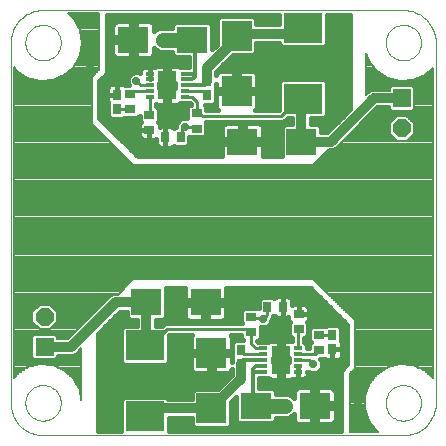
<source format=gtl>
G75*
%MOIN*%
%OFA0B0*%
%FSLAX24Y24*%
%IPPOS*%
%LPD*%
%AMOC8*
5,1,8,0,0,1.08239X$1,22.5*
%
%ADD10C,0.0000*%
%ADD11R,0.0310X0.0120*%
%ADD12R,0.0610X0.0940*%
%ADD13R,0.0276X0.0354*%
%ADD14R,0.0354X0.0276*%
%ADD15R,0.1280X0.0984*%
%ADD16R,0.1000X0.1000*%
%ADD17R,0.0291X0.0364*%
%ADD18R,0.1024X0.0866*%
%ADD19R,0.0600X0.0600*%
%ADD20OC8,0.0600*%
%ADD21C,0.0160*%
%ADD22C,0.0278*%
%ADD23C,0.0100*%
%ADD24C,0.0120*%
%ADD25C,0.0320*%
%ADD26C,0.0070*%
%ADD27C,0.0500*%
%ADD28C,0.0357*%
D10*
X005626Y001648D02*
X005626Y013656D01*
X006118Y013656D02*
X006120Y013704D01*
X006126Y013752D01*
X006136Y013799D01*
X006149Y013845D01*
X006167Y013890D01*
X006187Y013934D01*
X006212Y013976D01*
X006240Y014015D01*
X006270Y014052D01*
X006304Y014086D01*
X006341Y014118D01*
X006379Y014147D01*
X006420Y014172D01*
X006463Y014194D01*
X006508Y014212D01*
X006554Y014226D01*
X006601Y014237D01*
X006649Y014244D01*
X006697Y014247D01*
X006745Y014246D01*
X006793Y014241D01*
X006841Y014232D01*
X006887Y014220D01*
X006932Y014203D01*
X006976Y014183D01*
X007018Y014160D01*
X007058Y014133D01*
X007096Y014103D01*
X007131Y014070D01*
X007163Y014034D01*
X007193Y013996D01*
X007219Y013955D01*
X007241Y013912D01*
X007261Y013868D01*
X007276Y013823D01*
X007288Y013776D01*
X007296Y013728D01*
X007300Y013680D01*
X007300Y013632D01*
X007296Y013584D01*
X007288Y013536D01*
X007276Y013489D01*
X007261Y013444D01*
X007241Y013400D01*
X007219Y013357D01*
X007193Y013316D01*
X007163Y013278D01*
X007131Y013242D01*
X007096Y013209D01*
X007058Y013179D01*
X007018Y013152D01*
X006976Y013129D01*
X006932Y013109D01*
X006887Y013092D01*
X006841Y013080D01*
X006793Y013071D01*
X006745Y013066D01*
X006697Y013065D01*
X006649Y013068D01*
X006601Y013075D01*
X006554Y013086D01*
X006508Y013100D01*
X006463Y013118D01*
X006420Y013140D01*
X006379Y013165D01*
X006341Y013194D01*
X006304Y013226D01*
X006270Y013260D01*
X006240Y013297D01*
X006212Y013336D01*
X006187Y013378D01*
X006167Y013422D01*
X006149Y013467D01*
X006136Y013513D01*
X006126Y013560D01*
X006120Y013608D01*
X006118Y013656D01*
X005626Y013656D02*
X005628Y013719D01*
X005633Y013782D01*
X005642Y013844D01*
X005655Y013906D01*
X005671Y013967D01*
X005691Y014026D01*
X005715Y014085D01*
X005741Y014142D01*
X005771Y014198D01*
X005804Y014251D01*
X005840Y014303D01*
X005879Y014352D01*
X005921Y014399D01*
X005966Y014444D01*
X006013Y014486D01*
X006062Y014525D01*
X006114Y014561D01*
X006168Y014594D01*
X006223Y014624D01*
X006280Y014650D01*
X006339Y014674D01*
X006398Y014694D01*
X006459Y014710D01*
X006521Y014723D01*
X006583Y014732D01*
X006646Y014737D01*
X006709Y014739D01*
X018716Y014739D01*
X018125Y013656D02*
X018127Y013704D01*
X018133Y013752D01*
X018143Y013799D01*
X018156Y013845D01*
X018174Y013890D01*
X018194Y013934D01*
X018219Y013976D01*
X018247Y014015D01*
X018277Y014052D01*
X018311Y014086D01*
X018348Y014118D01*
X018386Y014147D01*
X018427Y014172D01*
X018470Y014194D01*
X018515Y014212D01*
X018561Y014226D01*
X018608Y014237D01*
X018656Y014244D01*
X018704Y014247D01*
X018752Y014246D01*
X018800Y014241D01*
X018848Y014232D01*
X018894Y014220D01*
X018939Y014203D01*
X018983Y014183D01*
X019025Y014160D01*
X019065Y014133D01*
X019103Y014103D01*
X019138Y014070D01*
X019170Y014034D01*
X019200Y013996D01*
X019226Y013955D01*
X019248Y013912D01*
X019268Y013868D01*
X019283Y013823D01*
X019295Y013776D01*
X019303Y013728D01*
X019307Y013680D01*
X019307Y013632D01*
X019303Y013584D01*
X019295Y013536D01*
X019283Y013489D01*
X019268Y013444D01*
X019248Y013400D01*
X019226Y013357D01*
X019200Y013316D01*
X019170Y013278D01*
X019138Y013242D01*
X019103Y013209D01*
X019065Y013179D01*
X019025Y013152D01*
X018983Y013129D01*
X018939Y013109D01*
X018894Y013092D01*
X018848Y013080D01*
X018800Y013071D01*
X018752Y013066D01*
X018704Y013065D01*
X018656Y013068D01*
X018608Y013075D01*
X018561Y013086D01*
X018515Y013100D01*
X018470Y013118D01*
X018427Y013140D01*
X018386Y013165D01*
X018348Y013194D01*
X018311Y013226D01*
X018277Y013260D01*
X018247Y013297D01*
X018219Y013336D01*
X018194Y013378D01*
X018174Y013422D01*
X018156Y013467D01*
X018143Y013513D01*
X018133Y013560D01*
X018127Y013608D01*
X018125Y013656D01*
X018716Y014739D02*
X018779Y014737D01*
X018842Y014732D01*
X018904Y014723D01*
X018966Y014710D01*
X019027Y014694D01*
X019086Y014674D01*
X019145Y014650D01*
X019202Y014624D01*
X019258Y014594D01*
X019311Y014561D01*
X019363Y014525D01*
X019412Y014486D01*
X019459Y014444D01*
X019504Y014399D01*
X019546Y014352D01*
X019585Y014303D01*
X019621Y014251D01*
X019654Y014198D01*
X019684Y014142D01*
X019710Y014085D01*
X019734Y014026D01*
X019754Y013967D01*
X019770Y013906D01*
X019783Y013844D01*
X019792Y013782D01*
X019797Y013719D01*
X019799Y013656D01*
X019799Y001648D01*
X018125Y001648D02*
X018127Y001696D01*
X018133Y001744D01*
X018143Y001791D01*
X018156Y001837D01*
X018174Y001882D01*
X018194Y001926D01*
X018219Y001968D01*
X018247Y002007D01*
X018277Y002044D01*
X018311Y002078D01*
X018348Y002110D01*
X018386Y002139D01*
X018427Y002164D01*
X018470Y002186D01*
X018515Y002204D01*
X018561Y002218D01*
X018608Y002229D01*
X018656Y002236D01*
X018704Y002239D01*
X018752Y002238D01*
X018800Y002233D01*
X018848Y002224D01*
X018894Y002212D01*
X018939Y002195D01*
X018983Y002175D01*
X019025Y002152D01*
X019065Y002125D01*
X019103Y002095D01*
X019138Y002062D01*
X019170Y002026D01*
X019200Y001988D01*
X019226Y001947D01*
X019248Y001904D01*
X019268Y001860D01*
X019283Y001815D01*
X019295Y001768D01*
X019303Y001720D01*
X019307Y001672D01*
X019307Y001624D01*
X019303Y001576D01*
X019295Y001528D01*
X019283Y001481D01*
X019268Y001436D01*
X019248Y001392D01*
X019226Y001349D01*
X019200Y001308D01*
X019170Y001270D01*
X019138Y001234D01*
X019103Y001201D01*
X019065Y001171D01*
X019025Y001144D01*
X018983Y001121D01*
X018939Y001101D01*
X018894Y001084D01*
X018848Y001072D01*
X018800Y001063D01*
X018752Y001058D01*
X018704Y001057D01*
X018656Y001060D01*
X018608Y001067D01*
X018561Y001078D01*
X018515Y001092D01*
X018470Y001110D01*
X018427Y001132D01*
X018386Y001157D01*
X018348Y001186D01*
X018311Y001218D01*
X018277Y001252D01*
X018247Y001289D01*
X018219Y001328D01*
X018194Y001370D01*
X018174Y001414D01*
X018156Y001459D01*
X018143Y001505D01*
X018133Y001552D01*
X018127Y001600D01*
X018125Y001648D01*
X018716Y000565D02*
X018779Y000567D01*
X018842Y000572D01*
X018904Y000581D01*
X018966Y000594D01*
X019027Y000610D01*
X019086Y000630D01*
X019145Y000654D01*
X019202Y000680D01*
X019258Y000710D01*
X019311Y000743D01*
X019363Y000779D01*
X019412Y000818D01*
X019459Y000860D01*
X019504Y000905D01*
X019546Y000952D01*
X019585Y001001D01*
X019621Y001053D01*
X019654Y001107D01*
X019684Y001162D01*
X019710Y001219D01*
X019734Y001278D01*
X019754Y001337D01*
X019770Y001398D01*
X019783Y001460D01*
X019792Y001522D01*
X019797Y001585D01*
X019799Y001648D01*
X018716Y000566D02*
X006709Y000566D01*
X006118Y001648D02*
X006120Y001696D01*
X006126Y001744D01*
X006136Y001791D01*
X006149Y001837D01*
X006167Y001882D01*
X006187Y001926D01*
X006212Y001968D01*
X006240Y002007D01*
X006270Y002044D01*
X006304Y002078D01*
X006341Y002110D01*
X006379Y002139D01*
X006420Y002164D01*
X006463Y002186D01*
X006508Y002204D01*
X006554Y002218D01*
X006601Y002229D01*
X006649Y002236D01*
X006697Y002239D01*
X006745Y002238D01*
X006793Y002233D01*
X006841Y002224D01*
X006887Y002212D01*
X006932Y002195D01*
X006976Y002175D01*
X007018Y002152D01*
X007058Y002125D01*
X007096Y002095D01*
X007131Y002062D01*
X007163Y002026D01*
X007193Y001988D01*
X007219Y001947D01*
X007241Y001904D01*
X007261Y001860D01*
X007276Y001815D01*
X007288Y001768D01*
X007296Y001720D01*
X007300Y001672D01*
X007300Y001624D01*
X007296Y001576D01*
X007288Y001528D01*
X007276Y001481D01*
X007261Y001436D01*
X007241Y001392D01*
X007219Y001349D01*
X007193Y001308D01*
X007163Y001270D01*
X007131Y001234D01*
X007096Y001201D01*
X007058Y001171D01*
X007018Y001144D01*
X006976Y001121D01*
X006932Y001101D01*
X006887Y001084D01*
X006841Y001072D01*
X006793Y001063D01*
X006745Y001058D01*
X006697Y001057D01*
X006649Y001060D01*
X006601Y001067D01*
X006554Y001078D01*
X006508Y001092D01*
X006463Y001110D01*
X006420Y001132D01*
X006379Y001157D01*
X006341Y001186D01*
X006304Y001218D01*
X006270Y001252D01*
X006240Y001289D01*
X006212Y001328D01*
X006187Y001370D01*
X006167Y001414D01*
X006149Y001459D01*
X006136Y001505D01*
X006126Y001552D01*
X006120Y001600D01*
X006118Y001648D01*
X005626Y001648D02*
X005628Y001585D01*
X005633Y001522D01*
X005642Y001460D01*
X005655Y001398D01*
X005671Y001337D01*
X005691Y001278D01*
X005715Y001219D01*
X005741Y001162D01*
X005771Y001107D01*
X005804Y001053D01*
X005840Y001001D01*
X005879Y000952D01*
X005921Y000905D01*
X005966Y000860D01*
X006013Y000818D01*
X006062Y000779D01*
X006114Y000743D01*
X006167Y000710D01*
X006223Y000680D01*
X006280Y000654D01*
X006339Y000630D01*
X006398Y000610D01*
X006459Y000594D01*
X006521Y000581D01*
X006583Y000572D01*
X006646Y000567D01*
X006709Y000565D01*
D11*
X014052Y002686D03*
X014052Y002876D03*
X014052Y003076D03*
X014052Y003276D03*
X014052Y003466D03*
X015212Y003466D03*
X015212Y003276D03*
X015212Y003076D03*
X015212Y002876D03*
X015212Y002686D03*
X011422Y011839D03*
X011422Y012029D03*
X011422Y012229D03*
X011422Y012429D03*
X011422Y012619D03*
X010262Y012619D03*
X010262Y012429D03*
X010262Y012229D03*
X010262Y012029D03*
X010262Y011839D03*
D12*
X010842Y012229D03*
X014632Y003076D03*
D13*
X014691Y004847D03*
X014179Y004847D03*
X011295Y010507D03*
X010783Y010507D03*
D14*
X010252Y010743D03*
X010252Y011255D03*
X009612Y011432D03*
X009612Y011944D03*
X011827Y011304D03*
X011827Y010792D03*
X015222Y004611D03*
X015222Y004099D03*
X015911Y003922D03*
X015911Y003410D03*
X013647Y004001D03*
X013647Y004513D03*
D15*
X010104Y003568D03*
X010104Y001206D03*
X015370Y011786D03*
X015370Y014148D03*
D16*
X013155Y013892D03*
X013155Y012042D03*
X012319Y003312D03*
X012319Y001462D03*
D17*
X013303Y002938D03*
X013303Y003410D03*
X016354Y003430D03*
X016354Y003902D03*
X009169Y011452D03*
X009169Y011924D03*
X012171Y011894D03*
X012171Y012367D03*
D18*
X011679Y013755D03*
X009710Y013755D03*
X013352Y010359D03*
X015321Y010359D03*
X012122Y004995D03*
X010153Y004995D03*
X013795Y001550D03*
X015764Y001550D03*
D19*
X006758Y003511D03*
X018667Y011794D03*
D20*
X018667Y010794D03*
X006758Y004511D03*
D21*
X008529Y003958D02*
X009256Y004685D01*
X009492Y004685D01*
X009492Y004500D01*
X009579Y004412D01*
X009843Y004412D01*
X009843Y004210D01*
X009402Y004210D01*
X009314Y004122D01*
X009314Y003013D01*
X009402Y002926D01*
X010806Y002926D01*
X010894Y003013D01*
X010894Y003878D01*
X010925Y003909D01*
X011667Y003909D01*
X011651Y003881D01*
X011639Y003835D01*
X011639Y003392D01*
X012239Y003392D01*
X012239Y003232D01*
X011639Y003232D01*
X011639Y002788D01*
X011651Y002742D01*
X011675Y002701D01*
X011708Y002668D01*
X011749Y002644D01*
X011795Y002632D01*
X012239Y002632D01*
X012239Y003232D01*
X012399Y003232D01*
X012399Y003392D01*
X012999Y003392D01*
X012999Y003835D01*
X012986Y003881D01*
X012970Y003909D01*
X013320Y003909D01*
X013320Y003801D01*
X013379Y003742D01*
X013095Y003742D01*
X013007Y003654D01*
X013007Y003034D01*
X012999Y003013D01*
X012999Y003232D01*
X012399Y003232D01*
X012399Y002632D01*
X012842Y002632D01*
X012888Y002644D01*
X012929Y002668D01*
X012963Y002701D01*
X012986Y002742D01*
X012993Y002766D01*
X012993Y002574D01*
X012530Y002112D01*
X011757Y002112D01*
X011669Y002024D01*
X011669Y001772D01*
X010882Y001772D01*
X010806Y001848D01*
X009402Y001848D01*
X009314Y001760D01*
X009314Y000716D01*
X008529Y000716D01*
X008529Y003958D01*
X008529Y003894D02*
X009314Y003894D01*
X009314Y003736D02*
X008529Y003736D01*
X008529Y003577D02*
X009314Y003577D01*
X009314Y003419D02*
X008529Y003419D01*
X008529Y003260D02*
X009314Y003260D01*
X009314Y003102D02*
X008529Y003102D01*
X008529Y002943D02*
X009385Y002943D01*
X008529Y002785D02*
X011640Y002785D01*
X011639Y002943D02*
X010824Y002943D01*
X010894Y003102D02*
X011639Y003102D01*
X011639Y003419D02*
X010894Y003419D01*
X010894Y003577D02*
X011639Y003577D01*
X011639Y003736D02*
X010894Y003736D01*
X010910Y003894D02*
X011659Y003894D01*
X011586Y004382D02*
X012042Y004382D01*
X012042Y004915D01*
X012202Y004915D01*
X012202Y005075D01*
X012814Y005075D01*
X012814Y005452D01*
X012804Y005487D01*
X015616Y005487D01*
X016846Y004257D01*
X016846Y002928D01*
X016649Y002731D01*
X016649Y000716D01*
X010894Y000716D01*
X010894Y001152D01*
X011669Y001152D01*
X011669Y000899D01*
X011757Y000812D01*
X012881Y000812D01*
X012969Y000899D01*
X012969Y001673D01*
X013133Y001838D01*
X013133Y001055D01*
X013221Y000967D01*
X014369Y000967D01*
X014457Y001055D01*
X014457Y001150D01*
X014859Y001150D01*
X015006Y001211D01*
X015072Y001277D01*
X015072Y001093D01*
X015084Y001047D01*
X015108Y001006D01*
X015141Y000973D01*
X015182Y000949D01*
X015228Y000937D01*
X015684Y000937D01*
X015684Y001470D01*
X015844Y001470D01*
X015844Y001630D01*
X016455Y001630D01*
X016455Y002007D01*
X016443Y002053D01*
X016419Y002094D01*
X016386Y002127D01*
X016345Y002151D01*
X016299Y002163D01*
X015844Y002163D01*
X015844Y001630D01*
X015684Y001630D01*
X015684Y002163D01*
X015228Y002163D01*
X015182Y002151D01*
X013907Y002151D01*
X013907Y002133D02*
X013907Y002476D01*
X014202Y002476D01*
X014216Y002462D01*
X014257Y002438D01*
X014303Y002426D01*
X014559Y002426D01*
X014559Y003003D01*
X014357Y003003D01*
X014357Y003148D01*
X014559Y003148D01*
X014559Y003003D01*
X014704Y003003D01*
X014704Y002426D01*
X014960Y002426D01*
X015006Y002438D01*
X015024Y002448D01*
X015033Y002446D01*
X015212Y002446D01*
X015390Y002446D01*
X015436Y002458D01*
X015477Y002482D01*
X015511Y002515D01*
X015534Y002556D01*
X015547Y002602D01*
X015547Y002686D01*
X015547Y002687D01*
X015551Y002683D01*
X015657Y002639D01*
X015772Y002639D01*
X015878Y002683D01*
X015959Y002764D01*
X016003Y002870D01*
X016003Y002985D01*
X015959Y003092D01*
X015929Y003122D01*
X016079Y003122D01*
X016098Y003104D01*
X016139Y003080D01*
X016185Y003068D01*
X016354Y003068D01*
X016354Y003430D01*
X016354Y003430D01*
X016680Y003430D01*
X016680Y003636D01*
X016668Y003681D01*
X016650Y003712D01*
X016650Y004147D01*
X016562Y004234D01*
X016146Y004234D01*
X016122Y004210D01*
X015672Y004210D01*
X015584Y004122D01*
X015584Y003722D01*
X015640Y003666D01*
X015584Y003610D01*
X015584Y003476D01*
X015517Y003476D01*
X015517Y003588D01*
X015429Y003676D01*
X015412Y003676D01*
X015412Y003811D01*
X015462Y003811D01*
X015549Y003899D01*
X015549Y004299D01*
X015515Y004334D01*
X015543Y004363D01*
X015567Y004404D01*
X015579Y004450D01*
X015579Y004611D01*
X015579Y004773D01*
X015567Y004818D01*
X015543Y004859D01*
X015510Y004893D01*
X015469Y004917D01*
X015423Y004929D01*
X015222Y004929D01*
X015021Y004929D01*
X015009Y004925D01*
X015009Y005048D01*
X014996Y005094D01*
X014973Y005135D01*
X014939Y005168D01*
X014898Y005192D01*
X014852Y005204D01*
X014691Y005204D01*
X014691Y004847D01*
X014691Y004490D01*
X014852Y004490D01*
X014865Y004494D01*
X014865Y004450D01*
X014877Y004404D01*
X014901Y004363D01*
X014930Y004334D01*
X014895Y004299D01*
X014895Y003899D01*
X014983Y003811D01*
X015012Y003811D01*
X015012Y003710D01*
X015006Y003713D01*
X014960Y003726D01*
X014704Y003726D01*
X014704Y003148D01*
X014559Y003148D01*
X014559Y003726D01*
X014303Y003726D01*
X014257Y003713D01*
X014216Y003690D01*
X014202Y003676D01*
X013872Y003676D01*
X013847Y003700D01*
X013847Y003713D01*
X013887Y003713D01*
X013975Y003801D01*
X013975Y004168D01*
X013984Y004164D01*
X014099Y004164D01*
X014205Y004208D01*
X014286Y004290D01*
X014330Y004396D01*
X014330Y004460D01*
X014379Y004508D01*
X014379Y004520D01*
X014414Y004555D01*
X014442Y004526D01*
X014484Y004502D01*
X014529Y004490D01*
X014691Y004490D01*
X014691Y004847D01*
X014691Y004847D01*
X014691Y004847D01*
X014691Y005204D01*
X014529Y005204D01*
X014484Y005192D01*
X014442Y005168D01*
X014414Y005140D01*
X014379Y005174D01*
X013979Y005174D01*
X013891Y005087D01*
X013891Y004796D01*
X013887Y004800D01*
X013408Y004800D01*
X013320Y004713D01*
X013320Y004313D01*
X013324Y004309D01*
X010760Y004309D01*
X010660Y004210D01*
X010463Y004210D01*
X010463Y004412D01*
X010727Y004412D01*
X010815Y004500D01*
X010815Y005487D01*
X011440Y005487D01*
X011430Y005452D01*
X011430Y005075D01*
X012042Y005075D01*
X012042Y004915D01*
X011430Y004915D01*
X011430Y004538D01*
X011442Y004492D01*
X011466Y004451D01*
X011500Y004418D01*
X011541Y004394D01*
X011586Y004382D01*
X011433Y004528D02*
X010815Y004528D01*
X010815Y004687D02*
X011430Y004687D01*
X011430Y004845D02*
X010815Y004845D01*
X010815Y005004D02*
X012042Y005004D01*
X012042Y004845D02*
X012202Y004845D01*
X012202Y004915D02*
X012202Y004382D01*
X012657Y004382D01*
X012703Y004394D01*
X012744Y004418D01*
X012778Y004451D01*
X012801Y004492D01*
X012814Y004538D01*
X012814Y004915D01*
X012202Y004915D01*
X012202Y005004D02*
X013891Y005004D01*
X013891Y004845D02*
X012814Y004845D01*
X012814Y004687D02*
X013320Y004687D01*
X013320Y004528D02*
X012811Y004528D01*
X013320Y004370D02*
X010463Y004370D01*
X010463Y004211D02*
X010662Y004211D01*
X009843Y004211D02*
X008783Y004211D01*
X008941Y004370D02*
X009843Y004370D01*
X009492Y004528D02*
X009100Y004528D01*
X009314Y004053D02*
X008624Y004053D01*
X008529Y002626D02*
X012993Y002626D01*
X012886Y002468D02*
X008529Y002468D01*
X008529Y002309D02*
X012728Y002309D01*
X012569Y002151D02*
X008529Y002151D01*
X008529Y001992D02*
X011669Y001992D01*
X011669Y001834D02*
X010820Y001834D01*
X010894Y001041D02*
X011669Y001041D01*
X011685Y000883D02*
X010894Y000883D01*
X010894Y000724D02*
X016649Y000724D01*
X016649Y000883D02*
X012952Y000883D01*
X012969Y001041D02*
X013147Y001041D01*
X013133Y001200D02*
X012969Y001200D01*
X012969Y001358D02*
X013133Y001358D01*
X013133Y001517D02*
X012969Y001517D01*
X012971Y001675D02*
X013133Y001675D01*
X013129Y001834D02*
X013133Y001834D01*
X013907Y002133D02*
X014369Y002133D01*
X014457Y002045D01*
X014457Y001950D01*
X014859Y001950D01*
X015006Y001889D01*
X015072Y001823D01*
X015072Y002007D01*
X015084Y002053D01*
X015108Y002094D01*
X015141Y002127D01*
X015182Y002151D01*
X015072Y001992D02*
X014457Y001992D01*
X013907Y002309D02*
X016649Y002309D01*
X016649Y002151D02*
X016345Y002151D01*
X016455Y001992D02*
X016649Y001992D01*
X016649Y001834D02*
X016455Y001834D01*
X016455Y001675D02*
X016649Y001675D01*
X016649Y001517D02*
X015844Y001517D01*
X015844Y001470D02*
X016455Y001470D01*
X016455Y001093D01*
X016443Y001047D01*
X016419Y001006D01*
X016386Y000973D01*
X016345Y000949D01*
X016299Y000937D01*
X015844Y000937D01*
X015844Y001470D01*
X015844Y001358D02*
X015684Y001358D01*
X015684Y001200D02*
X015844Y001200D01*
X015844Y001041D02*
X015684Y001041D01*
X015088Y001041D02*
X014443Y001041D01*
X014979Y001200D02*
X015072Y001200D01*
X015684Y001675D02*
X015844Y001675D01*
X015844Y001834D02*
X015684Y001834D01*
X015684Y001992D02*
X015844Y001992D01*
X015844Y002151D02*
X015684Y002151D01*
X015453Y002468D02*
X016649Y002468D01*
X016649Y002626D02*
X015547Y002626D01*
X015547Y002686D02*
X015491Y002686D01*
X015547Y002686D01*
X015491Y002686D02*
X015491Y002686D01*
X015212Y002686D02*
X015212Y002866D01*
X015212Y002866D01*
X015212Y002686D01*
X015212Y002686D01*
X015212Y002446D01*
X015212Y002686D01*
X015212Y002686D01*
X015212Y002626D02*
X015212Y002626D01*
X015212Y002468D02*
X015212Y002468D01*
X015212Y002785D02*
X015212Y002785D01*
X014888Y003003D02*
X014704Y003003D01*
X014704Y003148D01*
X014907Y003148D01*
X014907Y003036D01*
X014889Y003005D01*
X014888Y003003D01*
X014907Y003102D02*
X014704Y003102D01*
X014559Y003102D02*
X014357Y003102D01*
X014559Y003260D02*
X014704Y003260D01*
X014704Y003419D02*
X014559Y003419D01*
X014559Y003577D02*
X014704Y003577D01*
X015012Y003736D02*
X013910Y003736D01*
X013975Y003894D02*
X014900Y003894D01*
X014895Y004053D02*
X013975Y004053D01*
X014208Y004211D02*
X014895Y004211D01*
X014897Y004370D02*
X014319Y004370D01*
X014387Y004528D02*
X014440Y004528D01*
X014691Y004528D02*
X014691Y004528D01*
X014691Y004687D02*
X014691Y004687D01*
X014691Y004845D02*
X014691Y004845D01*
X014691Y005004D02*
X014691Y005004D01*
X014691Y005162D02*
X014691Y005162D01*
X014945Y005162D02*
X015941Y005162D01*
X016099Y005004D02*
X015009Y005004D01*
X015222Y004929D02*
X015222Y004611D01*
X015222Y004611D01*
X015222Y004929D01*
X015222Y004845D02*
X015222Y004845D01*
X015222Y004687D02*
X015222Y004687D01*
X015222Y004611D02*
X015579Y004611D01*
X015222Y004611D01*
X015222Y004611D01*
X015579Y004687D02*
X016416Y004687D01*
X016258Y004845D02*
X015552Y004845D01*
X015579Y004528D02*
X016575Y004528D01*
X016733Y004370D02*
X015548Y004370D01*
X015549Y004211D02*
X016123Y004211D01*
X016585Y004211D02*
X016846Y004211D01*
X016846Y004053D02*
X016650Y004053D01*
X016650Y003894D02*
X016846Y003894D01*
X016846Y003736D02*
X016650Y003736D01*
X016680Y003577D02*
X016846Y003577D01*
X016846Y003419D02*
X016680Y003419D01*
X016680Y003430D02*
X016354Y003430D01*
X016354Y003430D01*
X016354Y003068D01*
X016524Y003068D01*
X016569Y003080D01*
X016610Y003104D01*
X016644Y003137D01*
X016668Y003178D01*
X016680Y003224D01*
X016680Y003430D01*
X016680Y003260D02*
X016846Y003260D01*
X016846Y003102D02*
X016607Y003102D01*
X016354Y003102D02*
X016354Y003102D01*
X016354Y003260D02*
X016354Y003260D01*
X016354Y003419D02*
X016354Y003419D01*
X016102Y003102D02*
X015949Y003102D01*
X016003Y002943D02*
X016846Y002943D01*
X016703Y002785D02*
X015968Y002785D01*
X015584Y003577D02*
X015517Y003577D01*
X015584Y003736D02*
X015412Y003736D01*
X015544Y003894D02*
X015584Y003894D01*
X015584Y004053D02*
X015549Y004053D01*
X014704Y002943D02*
X014559Y002943D01*
X014559Y002785D02*
X014704Y002785D01*
X014704Y002626D02*
X014559Y002626D01*
X014559Y002468D02*
X014704Y002468D01*
X014210Y002468D02*
X013907Y002468D01*
X013007Y003102D02*
X012999Y003102D01*
X013007Y003260D02*
X012399Y003260D01*
X012399Y003102D02*
X012239Y003102D01*
X012239Y003260D02*
X010894Y003260D01*
X012239Y002943D02*
X012399Y002943D01*
X012399Y002785D02*
X012239Y002785D01*
X012999Y003419D02*
X013007Y003419D01*
X012999Y003577D02*
X013007Y003577D01*
X012999Y003736D02*
X013089Y003736D01*
X012979Y003894D02*
X013320Y003894D01*
X012202Y004528D02*
X012042Y004528D01*
X012042Y004687D02*
X012202Y004687D01*
X012814Y005162D02*
X013967Y005162D01*
X014391Y005162D02*
X014436Y005162D01*
X015624Y005479D02*
X012806Y005479D01*
X012814Y005321D02*
X015782Y005321D01*
X011437Y005479D02*
X010815Y005479D01*
X010815Y005321D02*
X011430Y005321D01*
X011430Y005162D02*
X010815Y005162D01*
X009388Y001834D02*
X008529Y001834D01*
X008529Y001675D02*
X009314Y001675D01*
X009314Y001517D02*
X008529Y001517D01*
X008529Y001358D02*
X009314Y001358D01*
X009314Y001200D02*
X008529Y001200D01*
X008529Y001041D02*
X009314Y001041D01*
X009314Y000883D02*
X008529Y000883D01*
X008529Y000724D02*
X009314Y000724D01*
X015061Y001834D02*
X015072Y001834D01*
X016455Y001358D02*
X016649Y001358D01*
X016649Y001200D02*
X016455Y001200D01*
X016440Y001041D02*
X016649Y001041D01*
X014659Y009867D02*
X014035Y009867D01*
X014044Y009902D01*
X014044Y010279D01*
X013432Y010279D01*
X013432Y010439D01*
X013272Y010439D01*
X013272Y010279D01*
X012660Y010279D01*
X012660Y009902D01*
X012670Y009867D01*
X009858Y009867D01*
X008579Y011146D01*
X008579Y012377D01*
X008825Y012623D01*
X008825Y014589D01*
X014580Y014589D01*
X014580Y014262D01*
X013805Y014262D01*
X013805Y014454D01*
X013718Y014542D01*
X012593Y014542D01*
X012505Y014454D01*
X012505Y013592D01*
X012341Y013428D01*
X012341Y014250D01*
X012253Y014338D01*
X011105Y014338D01*
X011017Y014250D01*
X011017Y014155D01*
X010615Y014155D01*
X010468Y014094D01*
X010402Y014028D01*
X010402Y014211D01*
X010390Y014257D01*
X010366Y014298D01*
X010333Y014332D01*
X010292Y014356D01*
X010246Y014368D01*
X009790Y014368D01*
X009790Y013835D01*
X009630Y013835D01*
X009630Y013675D01*
X009019Y013675D01*
X009019Y013298D01*
X009031Y013252D01*
X009055Y013211D01*
X009088Y013178D01*
X009129Y013154D01*
X009175Y013142D01*
X009630Y013142D01*
X009630Y013675D01*
X009790Y013675D01*
X009790Y013142D01*
X010246Y013142D01*
X010292Y013154D01*
X010333Y013178D01*
X010366Y013211D01*
X010390Y013252D01*
X010402Y013298D01*
X010402Y013481D01*
X010468Y013416D01*
X010615Y013355D01*
X011017Y013355D01*
X011017Y013260D01*
X011105Y013172D01*
X011567Y013172D01*
X011567Y012829D01*
X011272Y012829D01*
X011258Y012843D01*
X011217Y012867D01*
X011171Y012879D01*
X010915Y012879D01*
X010915Y012302D01*
X010770Y012302D01*
X010770Y012879D01*
X010514Y012879D01*
X010468Y012867D01*
X010450Y012857D01*
X010441Y012859D01*
X010262Y012859D01*
X010084Y012859D01*
X010038Y012847D01*
X009997Y012823D01*
X009963Y012790D01*
X009940Y012749D01*
X009927Y012703D01*
X009927Y012648D01*
X009871Y012671D01*
X009756Y012671D01*
X009650Y012627D01*
X009569Y012545D01*
X009525Y012439D01*
X009525Y012324D01*
X009563Y012231D01*
X009444Y012231D01*
X009425Y012250D01*
X009384Y012274D01*
X009339Y012286D01*
X009169Y012286D01*
X009000Y012286D01*
X008954Y012274D01*
X008913Y012250D01*
X008879Y012217D01*
X008856Y012176D01*
X008843Y012130D01*
X008843Y011924D01*
X008843Y011718D01*
X008856Y011672D01*
X008873Y011642D01*
X008873Y011207D01*
X008961Y011119D01*
X009377Y011119D01*
X009402Y011144D01*
X009851Y011144D01*
X009925Y011217D01*
X009925Y011055D01*
X009959Y011020D01*
X009931Y010991D01*
X009907Y010950D01*
X009895Y010904D01*
X009895Y010743D01*
X010252Y010743D01*
X010252Y010425D01*
X010453Y010425D01*
X010466Y010429D01*
X010466Y010306D01*
X010478Y010260D01*
X010501Y010219D01*
X010535Y010185D01*
X010576Y010162D01*
X010622Y010150D01*
X010783Y010150D01*
X010783Y010507D01*
X010783Y010864D01*
X010622Y010864D01*
X010609Y010860D01*
X010609Y010904D01*
X010597Y010950D01*
X010573Y010991D01*
X010544Y011020D01*
X010579Y011055D01*
X010579Y011455D01*
X010491Y011543D01*
X010462Y011543D01*
X010462Y011595D01*
X010468Y011591D01*
X010514Y011579D01*
X010770Y011579D01*
X010770Y012157D01*
X010567Y012157D01*
X010567Y012269D01*
X010585Y012300D01*
X010586Y012302D01*
X010770Y012302D01*
X010770Y012157D01*
X010915Y012157D01*
X010915Y012302D01*
X011117Y012302D01*
X011117Y012157D01*
X010915Y012157D01*
X010915Y011579D01*
X011171Y011579D01*
X011217Y011591D01*
X011258Y011615D01*
X011272Y011629D01*
X011602Y011629D01*
X011627Y011605D01*
X011627Y011592D01*
X011587Y011592D01*
X011499Y011504D01*
X011499Y011136D01*
X011490Y011140D01*
X011375Y011140D01*
X011269Y011096D01*
X011188Y011015D01*
X011144Y010909D01*
X011144Y010834D01*
X011095Y010834D01*
X011060Y010799D01*
X011032Y010828D01*
X010991Y010852D01*
X010945Y010864D01*
X010783Y010864D01*
X010783Y010507D01*
X010783Y010507D01*
X010783Y010507D01*
X010783Y010150D01*
X010945Y010150D01*
X010991Y010162D01*
X011032Y010185D01*
X011060Y010214D01*
X011095Y010180D01*
X011495Y010180D01*
X011583Y010267D01*
X011583Y010509D01*
X011587Y010504D01*
X012066Y010504D01*
X012154Y010592D01*
X012154Y010992D01*
X012150Y010996D01*
X014715Y010996D01*
X014832Y011113D01*
X014863Y011144D01*
X015011Y011144D01*
X015011Y010942D01*
X014747Y010942D01*
X014659Y010854D01*
X014659Y009867D01*
X014659Y009917D02*
X014044Y009917D01*
X014044Y010076D02*
X014659Y010076D01*
X014659Y010234D02*
X014044Y010234D01*
X014044Y010439D02*
X014044Y010816D01*
X014032Y010862D01*
X014008Y010903D01*
X013975Y010936D01*
X013934Y010960D01*
X013888Y010972D01*
X013432Y010972D01*
X013432Y010439D01*
X014044Y010439D01*
X014044Y010551D02*
X014659Y010551D01*
X014659Y010393D02*
X013432Y010393D01*
X013432Y010551D02*
X013272Y010551D01*
X013272Y010439D02*
X013272Y010972D01*
X012817Y010972D01*
X012771Y010960D01*
X012730Y010936D01*
X012696Y010903D01*
X012673Y010862D01*
X012660Y010816D01*
X012660Y010439D01*
X013272Y010439D01*
X013272Y010393D02*
X011583Y010393D01*
X011550Y010234D02*
X012660Y010234D01*
X012660Y010076D02*
X009649Y010076D01*
X009491Y010234D02*
X010493Y010234D01*
X010466Y010393D02*
X009332Y010393D01*
X009174Y010551D02*
X009903Y010551D01*
X009907Y010536D02*
X009931Y010495D01*
X009964Y010461D01*
X010005Y010437D01*
X010051Y010425D01*
X010252Y010425D01*
X010252Y010743D01*
X010252Y010743D01*
X010252Y010743D01*
X009895Y010743D01*
X009895Y010581D01*
X009907Y010536D01*
X009895Y010710D02*
X009015Y010710D01*
X008857Y010868D02*
X009895Y010868D01*
X009953Y011027D02*
X008698Y011027D01*
X008579Y011185D02*
X008896Y011185D01*
X008873Y011344D02*
X008579Y011344D01*
X008579Y011502D02*
X008873Y011502D01*
X008862Y011661D02*
X008579Y011661D01*
X008579Y011819D02*
X008843Y011819D01*
X008843Y011924D02*
X009169Y011924D01*
X009169Y011924D01*
X008843Y011924D01*
X008843Y011978D02*
X008579Y011978D01*
X008579Y012136D02*
X008845Y012136D01*
X008579Y012295D02*
X009537Y012295D01*
X009531Y012453D02*
X008655Y012453D01*
X008814Y012612D02*
X009635Y012612D01*
X009952Y012770D02*
X008825Y012770D01*
X008825Y012929D02*
X011567Y012929D01*
X011567Y013087D02*
X008825Y013087D01*
X008825Y013246D02*
X009035Y013246D01*
X009019Y013404D02*
X008825Y013404D01*
X008825Y013563D02*
X009019Y013563D01*
X008825Y013721D02*
X009630Y013721D01*
X009630Y013835D02*
X009019Y013835D01*
X009019Y014211D01*
X009031Y014257D01*
X009055Y014298D01*
X009088Y014332D01*
X009129Y014356D01*
X009175Y014368D01*
X009630Y014368D01*
X009630Y013835D01*
X009630Y013880D02*
X009790Y013880D01*
X009790Y014038D02*
X009630Y014038D01*
X009630Y014197D02*
X009790Y014197D01*
X009790Y014355D02*
X009630Y014355D01*
X009129Y014355D02*
X008825Y014355D01*
X008825Y014197D02*
X009019Y014197D01*
X009019Y014038D02*
X008825Y014038D01*
X008825Y013880D02*
X009019Y013880D01*
X009630Y013563D02*
X009790Y013563D01*
X009790Y013404D02*
X009630Y013404D01*
X009630Y013246D02*
X009790Y013246D01*
X010386Y013246D02*
X011031Y013246D01*
X010496Y013404D02*
X010402Y013404D01*
X010262Y012859D02*
X010262Y012619D01*
X010262Y012439D01*
X010262Y012439D01*
X010262Y012619D01*
X010262Y012619D01*
X010262Y012859D01*
X010262Y012770D02*
X010262Y012770D01*
X010262Y012619D02*
X010262Y012619D01*
X010262Y012612D02*
X010262Y012612D01*
X010262Y012453D02*
X010262Y012453D01*
X010582Y012295D02*
X010770Y012295D01*
X010915Y012295D02*
X011117Y012295D01*
X010915Y012453D02*
X010770Y012453D01*
X010770Y012612D02*
X010915Y012612D01*
X010915Y012770D02*
X010770Y012770D01*
X010770Y012136D02*
X010915Y012136D01*
X010915Y011978D02*
X010770Y011978D01*
X010770Y011819D02*
X010915Y011819D01*
X010915Y011661D02*
X010770Y011661D01*
X010531Y011502D02*
X011499Y011502D01*
X011499Y011344D02*
X010579Y011344D01*
X010579Y011185D02*
X011499Y011185D01*
X011200Y011027D02*
X010551Y011027D01*
X010609Y010868D02*
X011144Y010868D01*
X010783Y010710D02*
X010783Y010710D01*
X010783Y010551D02*
X010783Y010551D01*
X010783Y010393D02*
X010783Y010393D01*
X010783Y010234D02*
X010783Y010234D01*
X010252Y010551D02*
X010252Y010551D01*
X010252Y010710D02*
X010252Y010710D01*
X009925Y011185D02*
X009893Y011185D01*
X009169Y011924D02*
X009169Y011924D01*
X009169Y012286D01*
X009169Y011924D01*
X009169Y011978D02*
X009169Y011978D01*
X009169Y012136D02*
X009169Y012136D01*
X010402Y014038D02*
X010413Y014038D01*
X010402Y014197D02*
X011017Y014197D01*
X010292Y014355D02*
X012505Y014355D01*
X012505Y014197D02*
X012341Y014197D01*
X012341Y014038D02*
X012505Y014038D01*
X012505Y013880D02*
X012341Y013880D01*
X012341Y013721D02*
X012505Y013721D01*
X012476Y013563D02*
X012341Y013563D01*
X012877Y013087D02*
X016945Y013087D01*
X016945Y012929D02*
X012719Y012929D01*
X012632Y012722D02*
X012586Y012710D01*
X012545Y012686D01*
X012511Y012653D01*
X012488Y012612D01*
X012481Y012587D01*
X012481Y012691D01*
X013032Y013242D01*
X013718Y013242D01*
X013805Y013330D01*
X013805Y013642D01*
X014580Y013642D01*
X014580Y013594D01*
X014668Y013506D01*
X016072Y013506D01*
X016160Y013594D01*
X016160Y014589D01*
X016945Y014589D01*
X016945Y011437D01*
X016177Y010669D01*
X015983Y010669D01*
X015983Y010854D01*
X015895Y010942D01*
X015631Y010942D01*
X015631Y011144D01*
X016072Y011144D01*
X016160Y011232D01*
X016160Y012340D01*
X016072Y012428D01*
X014668Y012428D01*
X014580Y012340D01*
X014580Y011427D01*
X014549Y011396D01*
X013761Y011396D01*
X013766Y011398D01*
X013799Y011432D01*
X013823Y011473D01*
X013835Y011519D01*
X013835Y011962D01*
X013235Y011962D01*
X013235Y012122D01*
X013075Y012122D01*
X013075Y011962D01*
X012475Y011962D01*
X012475Y011519D01*
X012488Y011473D01*
X012511Y011432D01*
X012545Y011398D01*
X012549Y011396D01*
X012154Y011396D01*
X012154Y011504D01*
X012095Y011562D01*
X012379Y011562D01*
X012467Y011650D01*
X012467Y012271D01*
X012475Y012291D01*
X012475Y012122D01*
X013075Y012122D01*
X013075Y012722D01*
X012632Y012722D01*
X012560Y012770D02*
X016945Y012770D01*
X016945Y012612D02*
X013823Y012612D01*
X013799Y012653D01*
X013766Y012686D01*
X013725Y012710D01*
X013679Y012722D01*
X013235Y012722D01*
X013235Y012122D01*
X013835Y012122D01*
X013835Y012566D01*
X013823Y012612D01*
X013835Y012453D02*
X016945Y012453D01*
X016945Y012295D02*
X016160Y012295D01*
X016160Y012136D02*
X016945Y012136D01*
X016945Y011978D02*
X016160Y011978D01*
X016160Y011819D02*
X016945Y011819D01*
X016945Y011661D02*
X016160Y011661D01*
X016160Y011502D02*
X016945Y011502D01*
X016851Y011344D02*
X016160Y011344D01*
X016113Y011185D02*
X016693Y011185D01*
X016534Y011027D02*
X015631Y011027D01*
X015969Y010868D02*
X016376Y010868D01*
X016217Y010710D02*
X015983Y010710D01*
X015011Y011027D02*
X014746Y011027D01*
X014832Y011113D02*
X014832Y011113D01*
X014673Y010868D02*
X014028Y010868D01*
X014044Y010710D02*
X014659Y010710D01*
X013432Y010710D02*
X013272Y010710D01*
X013272Y010868D02*
X013432Y010868D01*
X012677Y010868D02*
X012154Y010868D01*
X012154Y010710D02*
X012660Y010710D01*
X012660Y010551D02*
X012113Y010551D01*
X012660Y009917D02*
X009808Y009917D01*
X012154Y011502D02*
X012480Y011502D01*
X012467Y011661D02*
X012475Y011661D01*
X012467Y011819D02*
X012475Y011819D01*
X012467Y011978D02*
X013075Y011978D01*
X013075Y012136D02*
X013235Y012136D01*
X013235Y011978D02*
X014580Y011978D01*
X014580Y012136D02*
X013835Y012136D01*
X013835Y012295D02*
X014580Y012295D01*
X014580Y011819D02*
X013835Y011819D01*
X013835Y011661D02*
X014580Y011661D01*
X014580Y011502D02*
X013831Y011502D01*
X013235Y012295D02*
X013075Y012295D01*
X013075Y012453D02*
X013235Y012453D01*
X013235Y012612D02*
X013075Y012612D01*
X012488Y012612D02*
X012481Y012612D01*
X012467Y012136D02*
X012475Y012136D01*
X013721Y013246D02*
X016945Y013246D01*
X016945Y013404D02*
X013805Y013404D01*
X013805Y013563D02*
X014612Y013563D01*
X014580Y014355D02*
X013805Y014355D01*
X013746Y014514D02*
X014580Y014514D01*
X016160Y014514D02*
X016945Y014514D01*
X016945Y014355D02*
X016160Y014355D01*
X016160Y014197D02*
X016945Y014197D01*
X016945Y014038D02*
X016160Y014038D01*
X016160Y013880D02*
X016945Y013880D01*
X016945Y013721D02*
X016160Y013721D01*
X016128Y013563D02*
X016945Y013563D01*
X012565Y014514D02*
X008825Y014514D01*
D22*
X008972Y014444D03*
X009957Y014444D03*
X010892Y014444D03*
X012122Y014444D03*
X011384Y013017D03*
X010842Y013017D03*
X010252Y013017D03*
X009710Y012967D03*
X009218Y012475D03*
X008726Y012328D03*
X008726Y011786D03*
X008726Y011245D03*
X009071Y010851D03*
X009415Y010507D03*
X009760Y010162D03*
X010203Y010015D03*
X010695Y010015D03*
X011187Y010015D03*
X011679Y010015D03*
X011679Y010408D03*
X011433Y010851D03*
X011335Y011442D03*
X010842Y011442D03*
X010842Y011835D03*
X010842Y012229D03*
X010842Y012623D03*
X009814Y012382D03*
X008972Y012967D03*
X012319Y011491D03*
X012319Y010704D03*
X012319Y010359D03*
X012319Y010015D03*
X014336Y010015D03*
X014336Y010359D03*
X014336Y010753D03*
X013992Y011540D03*
X013992Y011934D03*
X013992Y012377D03*
X013992Y012820D03*
X013549Y012820D03*
X013155Y012820D03*
X012762Y012820D03*
X016207Y010900D03*
X016699Y011442D03*
X016748Y012032D03*
X016748Y012770D03*
X016748Y013558D03*
X016748Y014394D03*
X015222Y005339D03*
X015665Y005241D03*
X016010Y004896D03*
X016354Y004552D03*
X016748Y004158D03*
X016748Y003715D03*
X016699Y003026D03*
X016207Y002928D03*
X015714Y002928D03*
X014632Y003076D03*
X014632Y003469D03*
X014632Y003863D03*
X014238Y003863D03*
X014041Y004454D03*
X013549Y004995D03*
X013549Y005339D03*
X013057Y005339D03*
X013057Y004995D03*
X013057Y004650D03*
X014090Y005339D03*
X014681Y005339D03*
X013155Y003814D03*
X011482Y003814D03*
X011482Y003469D03*
X011482Y003125D03*
X011482Y002731D03*
X012023Y002534D03*
X012319Y002534D03*
X012614Y002534D03*
X014090Y002288D03*
X014632Y002288D03*
X015173Y002288D03*
X015813Y002288D03*
X016551Y002042D03*
X016551Y001058D03*
X015764Y000812D03*
X014779Y000812D03*
X013401Y000812D03*
X014632Y002682D03*
X011138Y004650D03*
X011138Y004995D03*
X011138Y005339D03*
X009218Y004454D03*
X008775Y004011D03*
X008775Y003469D03*
X008775Y002633D03*
X008775Y001894D03*
X008775Y001107D03*
D23*
X010104Y001206D02*
X010360Y001462D01*
X013388Y003276D02*
X013303Y003410D01*
X013388Y003276D02*
X014052Y003276D01*
X014052Y003466D02*
X013799Y003466D01*
X013647Y003617D01*
X013647Y004001D01*
X013490Y004109D01*
X010842Y004109D01*
X010301Y003568D01*
X010350Y003519D01*
X010153Y003519D01*
X010104Y003568D01*
X010252Y003568D01*
X010301Y003568D02*
X010153Y003715D01*
X013647Y004503D02*
X013687Y004463D01*
X014031Y004463D01*
X014041Y004454D01*
X014179Y004591D01*
X014179Y004847D01*
X013647Y004513D02*
X013647Y004503D01*
X015212Y004089D02*
X015222Y004099D01*
X015212Y004089D02*
X015212Y003466D01*
X015212Y003276D02*
X015777Y003276D01*
X015911Y003410D01*
X015567Y003076D02*
X015714Y002928D01*
X015567Y003076D02*
X015212Y003076D01*
X015911Y003922D02*
X016335Y003922D01*
X016354Y003902D01*
X013750Y002686D02*
X013697Y002633D01*
X013697Y001747D02*
X013795Y001550D01*
X011344Y010517D02*
X011344Y010763D01*
X011433Y010851D01*
X011374Y010792D01*
X011433Y010851D02*
X011827Y010851D01*
X011817Y010792D01*
X011827Y010792D01*
X011817Y010792D02*
X011787Y010792D01*
X011344Y010517D02*
X011295Y010507D01*
X011827Y011304D02*
X011866Y011393D01*
X011827Y011393D01*
X012023Y011196D01*
X014632Y011196D01*
X015075Y011639D01*
X015370Y011786D01*
X012171Y011894D02*
X012168Y011872D01*
X012122Y011885D01*
X012122Y011934D01*
X012027Y012029D01*
X011422Y012029D01*
X011422Y011839D02*
X011675Y011839D01*
X011827Y011688D01*
X011827Y011393D01*
X011827Y011304D01*
X012073Y012229D02*
X012220Y012377D01*
X012220Y012426D01*
X012171Y012367D01*
X010262Y012229D02*
X009966Y012229D01*
X009814Y012382D01*
X009747Y012029D02*
X009612Y011944D01*
X009747Y012029D02*
X010262Y012029D01*
X010262Y011839D02*
X010262Y011323D01*
X010252Y011255D01*
X009612Y011432D02*
X009287Y011432D01*
X009169Y011452D01*
X011236Y013952D02*
X011777Y013656D01*
X011679Y013755D02*
X011531Y013853D01*
X011236Y013952D01*
D24*
X011777Y013656D02*
X011777Y012672D01*
X011725Y012619D01*
X011422Y012619D01*
X011422Y012429D02*
X011682Y012429D01*
X011777Y012524D01*
X011777Y012672D01*
X012073Y012229D02*
X011422Y012229D01*
X013362Y003076D02*
X013303Y002938D01*
X013362Y003076D02*
X014052Y003076D01*
X014052Y002876D02*
X013792Y002876D01*
X013697Y002780D01*
X013697Y002633D01*
X013697Y001747D01*
X013750Y002686D02*
X014052Y002686D01*
D25*
X013303Y002446D02*
X012319Y001462D01*
X010360Y001462D01*
X013303Y002446D02*
X013303Y002938D01*
X010153Y003715D02*
X010153Y004995D01*
X009128Y004995D01*
X007644Y003511D01*
X007583Y003511D01*
X006758Y003511D01*
X015321Y010359D02*
X016305Y010359D01*
X017740Y011794D01*
X018667Y011794D01*
X015370Y011786D02*
X015370Y011589D01*
X015321Y011589D01*
X015321Y010359D01*
X012171Y012367D02*
X012171Y012820D01*
X013057Y013706D01*
X013047Y013607D01*
X013057Y013607D01*
X013401Y013952D01*
X015173Y013952D01*
X015370Y014148D01*
X013155Y013892D02*
X013146Y013607D01*
X013047Y013607D01*
D26*
X017486Y013303D02*
X017486Y011915D01*
X017590Y012019D01*
X017687Y012059D01*
X018262Y012059D01*
X018262Y012138D01*
X018324Y012199D01*
X019011Y012199D01*
X019072Y012138D01*
X019072Y011451D01*
X019011Y011389D01*
X018324Y011389D01*
X018262Y011451D01*
X018262Y011529D01*
X017850Y011529D01*
X016455Y010134D01*
X016358Y010094D01*
X016252Y010094D01*
X015714Y009572D01*
X009710Y009572D01*
X008333Y010950D01*
X008333Y012524D01*
X008579Y012770D01*
X008579Y014634D01*
X007534Y014634D01*
X007731Y014452D01*
X007731Y014452D01*
X007731Y014452D01*
X007934Y014077D01*
X007934Y014077D01*
X008005Y013656D01*
X007934Y013235D01*
X007731Y012860D01*
X007731Y012860D01*
X007417Y012571D01*
X007417Y012571D01*
X007027Y012400D01*
X007027Y012400D01*
X006601Y012365D01*
X006601Y012365D01*
X006188Y012469D01*
X006188Y012469D01*
X005831Y012703D01*
X005731Y012831D01*
X005731Y002474D01*
X005831Y002602D01*
X005831Y002602D01*
X006188Y002835D01*
X006188Y002835D01*
X006601Y002940D01*
X006601Y002940D01*
X007027Y002905D01*
X007027Y002905D01*
X007417Y002733D01*
X007417Y002733D01*
X007731Y002445D01*
X007731Y002445D01*
X007934Y002069D01*
X007934Y002069D01*
X007988Y001748D01*
X007988Y003480D01*
X007794Y003286D01*
X007696Y003246D01*
X007163Y003246D01*
X007163Y003167D01*
X007101Y003106D01*
X006414Y003106D01*
X006353Y003167D01*
X006353Y003854D01*
X006414Y003916D01*
X007101Y003916D01*
X007163Y003854D01*
X007163Y003776D01*
X007534Y003776D01*
X008978Y005220D01*
X009075Y005260D01*
X009203Y005260D01*
X009710Y005782D01*
X015714Y005782D01*
X017092Y004404D01*
X017092Y002780D01*
X016945Y002633D01*
X016945Y000671D01*
X017875Y000671D01*
X017839Y000695D01*
X017839Y000695D01*
X017839Y000695D01*
X017577Y001032D01*
X017577Y001032D01*
X017438Y001435D01*
X017438Y001862D01*
X017577Y002265D01*
X017577Y002265D01*
X017839Y002602D01*
X017839Y002602D01*
X018196Y002835D01*
X018196Y002835D01*
X018609Y002940D01*
X018609Y002940D01*
X019035Y002905D01*
X019425Y002733D01*
X019694Y002486D01*
X019694Y012819D01*
X019425Y012571D01*
X019425Y012571D01*
X019035Y012400D01*
X019035Y012400D01*
X018609Y012365D01*
X018609Y012365D01*
X018196Y012469D01*
X018196Y012469D01*
X017839Y012703D01*
X017839Y012703D01*
X017577Y013039D01*
X017577Y013039D01*
X017486Y013303D01*
X017486Y013238D02*
X017508Y013238D01*
X017486Y013170D02*
X017532Y013170D01*
X017555Y013101D02*
X017486Y013101D01*
X017486Y013033D02*
X017582Y013033D01*
X017635Y012964D02*
X017486Y012964D01*
X017486Y012896D02*
X017688Y012896D01*
X017742Y012827D02*
X017486Y012827D01*
X017486Y012759D02*
X017795Y012759D01*
X017858Y012690D02*
X017486Y012690D01*
X017486Y012622D02*
X017962Y012622D01*
X018067Y012553D02*
X017486Y012553D01*
X017486Y012485D02*
X018172Y012485D01*
X018405Y012416D02*
X017486Y012416D01*
X017486Y012348D02*
X019694Y012348D01*
X019694Y012416D02*
X019072Y012416D01*
X019228Y012485D02*
X019694Y012485D01*
X019694Y012553D02*
X019384Y012553D01*
X019480Y012622D02*
X019694Y012622D01*
X019694Y012690D02*
X019555Y012690D01*
X019629Y012759D02*
X019694Y012759D01*
X019694Y012279D02*
X017486Y012279D01*
X017486Y012211D02*
X019694Y012211D01*
X019694Y012142D02*
X019067Y012142D01*
X019072Y012074D02*
X019694Y012074D01*
X019694Y012005D02*
X019072Y012005D01*
X019072Y011937D02*
X019694Y011937D01*
X019694Y011868D02*
X019072Y011868D01*
X019072Y011800D02*
X019694Y011800D01*
X019694Y011731D02*
X019072Y011731D01*
X019072Y011663D02*
X019694Y011663D01*
X019694Y011594D02*
X019072Y011594D01*
X019072Y011526D02*
X019694Y011526D01*
X019694Y011457D02*
X019072Y011457D01*
X018835Y011199D02*
X018499Y011199D01*
X018262Y010962D01*
X018262Y010626D01*
X018499Y010389D01*
X018835Y010389D01*
X019072Y010626D01*
X019072Y010962D01*
X018835Y011199D01*
X018851Y011183D02*
X019694Y011183D01*
X019694Y011115D02*
X018919Y011115D01*
X018988Y011046D02*
X019694Y011046D01*
X019694Y010978D02*
X019056Y010978D01*
X019072Y010909D02*
X019694Y010909D01*
X019694Y010841D02*
X019072Y010841D01*
X019072Y010772D02*
X019694Y010772D01*
X019694Y010704D02*
X019072Y010704D01*
X019072Y010635D02*
X019694Y010635D01*
X019694Y010567D02*
X019013Y010567D01*
X018944Y010498D02*
X019694Y010498D01*
X019694Y010430D02*
X018876Y010430D01*
X018459Y010430D02*
X016750Y010430D01*
X016682Y010361D02*
X019694Y010361D01*
X019694Y010293D02*
X016613Y010293D01*
X016545Y010224D02*
X019694Y010224D01*
X019694Y010156D02*
X016476Y010156D01*
X016245Y010087D02*
X019694Y010087D01*
X019694Y010019D02*
X016174Y010019D01*
X016104Y009950D02*
X019694Y009950D01*
X019694Y009882D02*
X016033Y009882D01*
X015963Y009813D02*
X019694Y009813D01*
X019694Y009745D02*
X015892Y009745D01*
X015822Y009676D02*
X019694Y009676D01*
X019694Y009608D02*
X015752Y009608D01*
X016819Y010498D02*
X018390Y010498D01*
X018322Y010567D02*
X016887Y010567D01*
X016956Y010635D02*
X018262Y010635D01*
X018262Y010704D02*
X017024Y010704D01*
X017093Y010772D02*
X018262Y010772D01*
X018262Y010841D02*
X017161Y010841D01*
X017230Y010909D02*
X018262Y010909D01*
X018278Y010978D02*
X017298Y010978D01*
X017367Y011046D02*
X018347Y011046D01*
X018415Y011115D02*
X017435Y011115D01*
X017504Y011183D02*
X018484Y011183D01*
X018262Y011457D02*
X017778Y011457D01*
X017709Y011389D02*
X019694Y011389D01*
X019694Y011320D02*
X017641Y011320D01*
X017572Y011252D02*
X019694Y011252D01*
X018262Y011526D02*
X017846Y011526D01*
X017508Y011937D02*
X017486Y011937D01*
X017486Y012005D02*
X017576Y012005D01*
X017486Y012074D02*
X018262Y012074D01*
X018267Y012142D02*
X017486Y012142D01*
X019694Y009539D02*
X005731Y009539D01*
X005731Y009471D02*
X019694Y009471D01*
X019694Y009402D02*
X005731Y009402D01*
X005731Y009334D02*
X019694Y009334D01*
X019694Y009265D02*
X005731Y009265D01*
X005731Y009197D02*
X019694Y009197D01*
X019694Y009128D02*
X005731Y009128D01*
X005731Y009060D02*
X019694Y009060D01*
X019694Y008991D02*
X005731Y008991D01*
X005731Y008923D02*
X019694Y008923D01*
X019694Y008854D02*
X005731Y008854D01*
X005731Y008786D02*
X019694Y008786D01*
X019694Y008717D02*
X005731Y008717D01*
X005731Y008649D02*
X019694Y008649D01*
X019694Y008580D02*
X005731Y008580D01*
X005731Y008512D02*
X019694Y008512D01*
X019694Y008443D02*
X005731Y008443D01*
X005731Y008375D02*
X019694Y008375D01*
X019694Y008306D02*
X005731Y008306D01*
X005731Y008238D02*
X019694Y008238D01*
X019694Y008169D02*
X005731Y008169D01*
X005731Y008101D02*
X019694Y008101D01*
X019694Y008032D02*
X005731Y008032D01*
X005731Y007964D02*
X019694Y007964D01*
X019694Y007895D02*
X005731Y007895D01*
X005731Y007827D02*
X019694Y007827D01*
X019694Y007758D02*
X005731Y007758D01*
X005731Y007690D02*
X019694Y007690D01*
X019694Y007621D02*
X005731Y007621D01*
X005731Y007553D02*
X019694Y007553D01*
X019694Y007484D02*
X005731Y007484D01*
X005731Y007416D02*
X019694Y007416D01*
X019694Y007347D02*
X005731Y007347D01*
X005731Y007279D02*
X019694Y007279D01*
X019694Y007210D02*
X005731Y007210D01*
X005731Y007142D02*
X019694Y007142D01*
X019694Y007073D02*
X005731Y007073D01*
X005731Y007005D02*
X019694Y007005D01*
X019694Y006936D02*
X005731Y006936D01*
X005731Y006868D02*
X019694Y006868D01*
X019694Y006799D02*
X005731Y006799D01*
X005731Y006731D02*
X019694Y006731D01*
X019694Y006662D02*
X005731Y006662D01*
X005731Y006594D02*
X019694Y006594D01*
X019694Y006525D02*
X005731Y006525D01*
X005731Y006457D02*
X019694Y006457D01*
X019694Y006388D02*
X005731Y006388D01*
X005731Y006320D02*
X019694Y006320D01*
X019694Y006251D02*
X005731Y006251D01*
X005731Y006183D02*
X019694Y006183D01*
X019694Y006114D02*
X005731Y006114D01*
X005731Y006046D02*
X019694Y006046D01*
X019694Y005977D02*
X005731Y005977D01*
X005731Y005909D02*
X019694Y005909D01*
X019694Y005840D02*
X005731Y005840D01*
X005731Y005772D02*
X009700Y005772D01*
X009634Y005703D02*
X005731Y005703D01*
X005731Y005635D02*
X009567Y005635D01*
X009500Y005566D02*
X005731Y005566D01*
X005731Y005498D02*
X009434Y005498D01*
X009367Y005429D02*
X005731Y005429D01*
X005731Y005361D02*
X009301Y005361D01*
X009234Y005292D02*
X005731Y005292D01*
X005731Y005224D02*
X008988Y005224D01*
X008913Y005155D02*
X005731Y005155D01*
X005731Y005087D02*
X008845Y005087D01*
X008776Y005018D02*
X005731Y005018D01*
X005731Y004950D02*
X008708Y004950D01*
X008639Y004881D02*
X006960Y004881D01*
X006925Y004916D02*
X006590Y004916D01*
X006353Y004678D01*
X006353Y004343D01*
X006590Y004106D01*
X006925Y004106D01*
X007163Y004343D01*
X007163Y004678D01*
X006925Y004916D01*
X007028Y004813D02*
X008571Y004813D01*
X008502Y004744D02*
X007097Y004744D01*
X007163Y004676D02*
X008434Y004676D01*
X008365Y004607D02*
X007163Y004607D01*
X007163Y004539D02*
X008297Y004539D01*
X008228Y004470D02*
X007163Y004470D01*
X007163Y004402D02*
X008160Y004402D01*
X008091Y004333D02*
X007153Y004333D01*
X007085Y004265D02*
X008023Y004265D01*
X007954Y004196D02*
X007016Y004196D01*
X006948Y004128D02*
X007886Y004128D01*
X007817Y004059D02*
X005731Y004059D01*
X005731Y003991D02*
X007749Y003991D01*
X007680Y003922D02*
X005731Y003922D01*
X005731Y003854D02*
X006353Y003854D01*
X006353Y003785D02*
X005731Y003785D01*
X005731Y003717D02*
X006353Y003717D01*
X006353Y003648D02*
X005731Y003648D01*
X005731Y003580D02*
X006353Y003580D01*
X006353Y003511D02*
X005731Y003511D01*
X005731Y003443D02*
X006353Y003443D01*
X006353Y003374D02*
X005731Y003374D01*
X005731Y003306D02*
X006353Y003306D01*
X006353Y003237D02*
X005731Y003237D01*
X005731Y003169D02*
X006353Y003169D01*
X006422Y002895D02*
X005731Y002895D01*
X005731Y002963D02*
X007988Y002963D01*
X007988Y002895D02*
X007050Y002895D01*
X007206Y002826D02*
X007988Y002826D01*
X007988Y002758D02*
X007362Y002758D01*
X007465Y002689D02*
X007988Y002689D01*
X007988Y002621D02*
X007540Y002621D01*
X007614Y002552D02*
X007988Y002552D01*
X007988Y002484D02*
X007689Y002484D01*
X007747Y002415D02*
X007988Y002415D01*
X007988Y002347D02*
X007784Y002347D01*
X007821Y002278D02*
X007988Y002278D01*
X007988Y002210D02*
X007858Y002210D01*
X007895Y002141D02*
X007988Y002141D01*
X007988Y002073D02*
X007933Y002073D01*
X007945Y002004D02*
X007988Y002004D01*
X007988Y001936D02*
X007957Y001936D01*
X007968Y001867D02*
X007988Y001867D01*
X007980Y001799D02*
X007988Y001799D01*
X006174Y002826D02*
X005731Y002826D01*
X005731Y002758D02*
X006069Y002758D01*
X005964Y002689D02*
X005731Y002689D01*
X005731Y002621D02*
X005859Y002621D01*
X005831Y002602D02*
X005831Y002602D01*
X005792Y002552D02*
X005731Y002552D01*
X005731Y002484D02*
X005739Y002484D01*
X005731Y003032D02*
X007988Y003032D01*
X007988Y003100D02*
X005731Y003100D01*
X005731Y004128D02*
X006568Y004128D01*
X006499Y004196D02*
X005731Y004196D01*
X005731Y004265D02*
X006431Y004265D01*
X006362Y004333D02*
X005731Y004333D01*
X005731Y004402D02*
X006353Y004402D01*
X006353Y004470D02*
X005731Y004470D01*
X005731Y004539D02*
X006353Y004539D01*
X006353Y004607D02*
X005731Y004607D01*
X005731Y004676D02*
X006353Y004676D01*
X006419Y004744D02*
X005731Y004744D01*
X005731Y004813D02*
X006487Y004813D01*
X006556Y004881D02*
X005731Y004881D01*
X007163Y003854D02*
X007612Y003854D01*
X007543Y003785D02*
X007163Y003785D01*
X007882Y003374D02*
X007988Y003374D01*
X007988Y003306D02*
X007813Y003306D01*
X007988Y003237D02*
X007163Y003237D01*
X007163Y003169D02*
X007988Y003169D01*
X007988Y003443D02*
X007950Y003443D01*
X015725Y005772D02*
X019694Y005772D01*
X019694Y005703D02*
X015793Y005703D01*
X015862Y005635D02*
X019694Y005635D01*
X019694Y005566D02*
X015930Y005566D01*
X015999Y005498D02*
X019694Y005498D01*
X019694Y005429D02*
X016067Y005429D01*
X016136Y005361D02*
X019694Y005361D01*
X019694Y005292D02*
X016204Y005292D01*
X016273Y005224D02*
X019694Y005224D01*
X019694Y005155D02*
X016341Y005155D01*
X016410Y005087D02*
X019694Y005087D01*
X019694Y005018D02*
X016478Y005018D01*
X016547Y004950D02*
X019694Y004950D01*
X019694Y004881D02*
X016615Y004881D01*
X016684Y004813D02*
X019694Y004813D01*
X019694Y004744D02*
X016752Y004744D01*
X016821Y004676D02*
X019694Y004676D01*
X019694Y004607D02*
X016889Y004607D01*
X016958Y004539D02*
X019694Y004539D01*
X019694Y004470D02*
X017026Y004470D01*
X017092Y004402D02*
X019694Y004402D01*
X019694Y004333D02*
X017092Y004333D01*
X017092Y004265D02*
X019694Y004265D01*
X019694Y004196D02*
X017092Y004196D01*
X017092Y004128D02*
X019694Y004128D01*
X019694Y004059D02*
X017092Y004059D01*
X017092Y003991D02*
X019694Y003991D01*
X019694Y003922D02*
X017092Y003922D01*
X017092Y003854D02*
X019694Y003854D01*
X019694Y003785D02*
X017092Y003785D01*
X017092Y003717D02*
X019694Y003717D01*
X019694Y003648D02*
X017092Y003648D01*
X017092Y003580D02*
X019694Y003580D01*
X019694Y003511D02*
X017092Y003511D01*
X017092Y003443D02*
X019694Y003443D01*
X019694Y003374D02*
X017092Y003374D01*
X017092Y003306D02*
X019694Y003306D01*
X019694Y003237D02*
X017092Y003237D01*
X017092Y003169D02*
X019694Y003169D01*
X019694Y003100D02*
X017092Y003100D01*
X017092Y003032D02*
X019694Y003032D01*
X019694Y002963D02*
X017092Y002963D01*
X017092Y002895D02*
X018430Y002895D01*
X018182Y002826D02*
X017092Y002826D01*
X017070Y002758D02*
X018077Y002758D01*
X017972Y002689D02*
X017001Y002689D01*
X016945Y002621D02*
X017867Y002621D01*
X017839Y002602D02*
X017839Y002602D01*
X017800Y002552D02*
X016945Y002552D01*
X016945Y002484D02*
X017747Y002484D01*
X017693Y002415D02*
X016945Y002415D01*
X016945Y002347D02*
X017640Y002347D01*
X017587Y002278D02*
X016945Y002278D01*
X016945Y002210D02*
X017557Y002210D01*
X017534Y002141D02*
X016945Y002141D01*
X016945Y002073D02*
X017510Y002073D01*
X017487Y002004D02*
X016945Y002004D01*
X016945Y001936D02*
X017463Y001936D01*
X017440Y001867D02*
X016945Y001867D01*
X016945Y001799D02*
X017438Y001799D01*
X017438Y001730D02*
X016945Y001730D01*
X016945Y001662D02*
X017438Y001662D01*
X017438Y001593D02*
X016945Y001593D01*
X016945Y001525D02*
X017438Y001525D01*
X017438Y001456D02*
X016945Y001456D01*
X016945Y001388D02*
X017454Y001388D01*
X017478Y001319D02*
X016945Y001319D01*
X016945Y001251D02*
X017501Y001251D01*
X017525Y001182D02*
X016945Y001182D01*
X016945Y001114D02*
X017548Y001114D01*
X017572Y001045D02*
X016945Y001045D01*
X016945Y000977D02*
X017619Y000977D01*
X017672Y000908D02*
X016945Y000908D01*
X016945Y000840D02*
X017726Y000840D01*
X017779Y000771D02*
X016945Y000771D01*
X016945Y000703D02*
X017832Y000703D01*
X019622Y002552D02*
X019694Y002552D01*
X019694Y002621D02*
X019548Y002621D01*
X019473Y002689D02*
X019694Y002689D01*
X019694Y002758D02*
X019370Y002758D01*
X019214Y002826D02*
X019694Y002826D01*
X019694Y002895D02*
X019058Y002895D01*
X009674Y009608D02*
X005731Y009608D01*
X005731Y009676D02*
X009606Y009676D01*
X009537Y009745D02*
X005731Y009745D01*
X005731Y009813D02*
X009469Y009813D01*
X009400Y009882D02*
X005731Y009882D01*
X005731Y009950D02*
X009332Y009950D01*
X009263Y010019D02*
X005731Y010019D01*
X005731Y010087D02*
X009195Y010087D01*
X009126Y010156D02*
X005731Y010156D01*
X005731Y010224D02*
X009058Y010224D01*
X008989Y010293D02*
X005731Y010293D01*
X005731Y010361D02*
X008921Y010361D01*
X008852Y010430D02*
X005731Y010430D01*
X005731Y010498D02*
X008784Y010498D01*
X008715Y010567D02*
X005731Y010567D01*
X005731Y010635D02*
X008647Y010635D01*
X008578Y010704D02*
X005731Y010704D01*
X005731Y010772D02*
X008510Y010772D01*
X008441Y010841D02*
X005731Y010841D01*
X005731Y010909D02*
X008373Y010909D01*
X008333Y010978D02*
X005731Y010978D01*
X005731Y011046D02*
X008333Y011046D01*
X008333Y011115D02*
X005731Y011115D01*
X005731Y011183D02*
X008333Y011183D01*
X008333Y011252D02*
X005731Y011252D01*
X005731Y011320D02*
X008333Y011320D01*
X008333Y011389D02*
X005731Y011389D01*
X005731Y011457D02*
X008333Y011457D01*
X008333Y011526D02*
X005731Y011526D01*
X005731Y011594D02*
X008333Y011594D01*
X008333Y011663D02*
X005731Y011663D01*
X005731Y011731D02*
X008333Y011731D01*
X008333Y011800D02*
X005731Y011800D01*
X005731Y011868D02*
X008333Y011868D01*
X008333Y011937D02*
X005731Y011937D01*
X005731Y012005D02*
X008333Y012005D01*
X008333Y012074D02*
X005731Y012074D01*
X005731Y012142D02*
X008333Y012142D01*
X008333Y012211D02*
X005731Y012211D01*
X005731Y012279D02*
X008333Y012279D01*
X008333Y012348D02*
X005731Y012348D01*
X005731Y012416D02*
X006397Y012416D01*
X006164Y012485D02*
X005731Y012485D01*
X005731Y012553D02*
X006059Y012553D01*
X005955Y012622D02*
X005731Y012622D01*
X005731Y012690D02*
X005850Y012690D01*
X005831Y012703D02*
X005831Y012703D01*
X005831Y012703D01*
X005787Y012759D02*
X005731Y012759D01*
X005731Y012827D02*
X005734Y012827D01*
X007064Y012416D02*
X008333Y012416D01*
X008333Y012485D02*
X007220Y012485D01*
X007376Y012553D02*
X008361Y012553D01*
X008430Y012622D02*
X007472Y012622D01*
X007547Y012690D02*
X008498Y012690D01*
X008567Y012759D02*
X007621Y012759D01*
X007696Y012827D02*
X008579Y012827D01*
X008579Y012896D02*
X007751Y012896D01*
X007788Y012964D02*
X008579Y012964D01*
X008579Y013033D02*
X007825Y013033D01*
X007862Y013101D02*
X008579Y013101D01*
X008579Y013170D02*
X007899Y013170D01*
X007934Y013235D02*
X007934Y013235D01*
X007935Y013238D02*
X008579Y013238D01*
X008579Y013307D02*
X007946Y013307D01*
X007958Y013375D02*
X008579Y013375D01*
X008579Y013444D02*
X007969Y013444D01*
X007981Y013512D02*
X008579Y013512D01*
X008579Y013581D02*
X007992Y013581D01*
X008003Y013649D02*
X008579Y013649D01*
X008579Y013718D02*
X007994Y013718D01*
X007983Y013786D02*
X008579Y013786D01*
X008579Y013855D02*
X007971Y013855D01*
X007960Y013923D02*
X008579Y013923D01*
X008579Y013992D02*
X007949Y013992D01*
X007937Y014060D02*
X008579Y014060D01*
X008579Y014129D02*
X007906Y014129D01*
X007869Y014197D02*
X008579Y014197D01*
X008579Y014266D02*
X007832Y014266D01*
X007795Y014334D02*
X008579Y014334D01*
X008579Y014403D02*
X007758Y014403D01*
X007711Y014471D02*
X008579Y014471D01*
X008579Y014540D02*
X007636Y014540D01*
X007562Y014608D02*
X008579Y014608D01*
D27*
X010695Y013755D02*
X011039Y013755D01*
X011679Y013755D01*
X013795Y001550D02*
X014435Y001550D01*
X014779Y001550D01*
D28*
X014779Y001550D03*
X014435Y001550D03*
X017191Y001550D03*
X017191Y001944D03*
X017191Y002337D03*
X008283Y012967D03*
X008283Y013361D03*
X008283Y013755D03*
X010695Y013755D03*
X011039Y013755D03*
M02*

</source>
